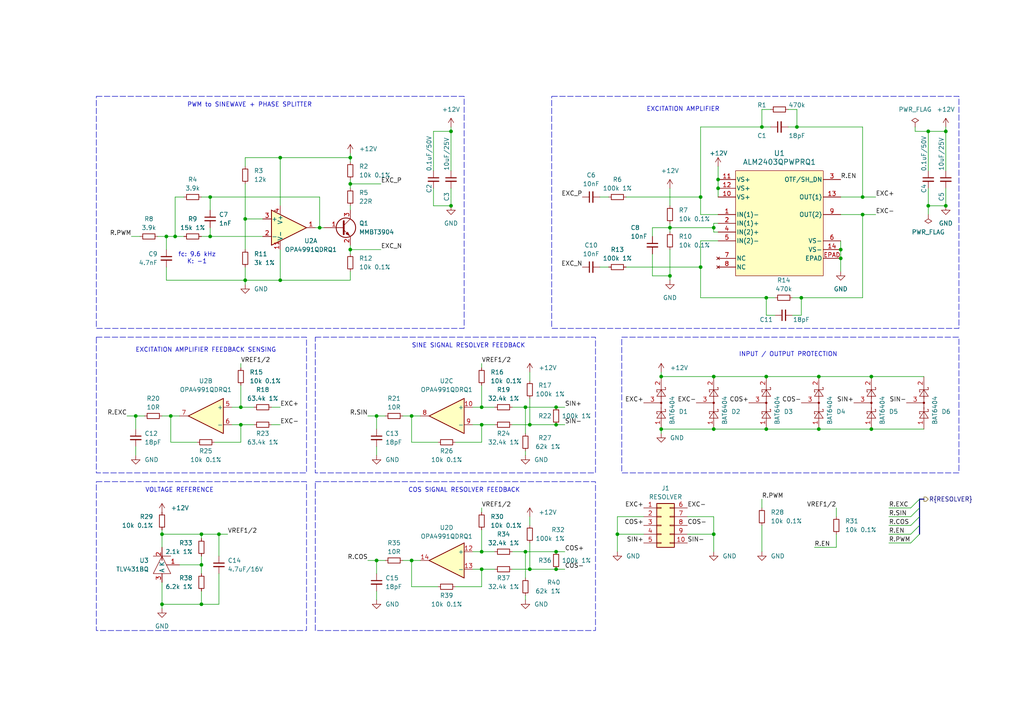
<source format=kicad_sch>
(kicad_sch (version 20231120) (generator "eeschema") (generator_version "8.0")
  (paper "A4")
  (title_block (date "2025-02-02") (comment 1 "Author: Luciano Vittori"))
  (bus_alias "RESOLVER" (members "EXC" "SIN" "COS" "EN" "PWM"))
  (junction (at 58.42 163.83))
  (junction (at 269.24 38.1))
  (junction (at 109.22 120.65))
  (junction (at 46.99 175.26))
  (junction (at 203.2 77.47))
  (junction (at 130.81 59.69))
  (junction (at 269.24 59.69))
  (junction (at 81.28 81.28))
  (junction (at 139.7 123.19))
  (junction (at 153.67 165.1))
  (junction (at 139.7 165.1))
  (junction (at 207.01 109.22))
  (junction (at 161.29 160.02))
  (junction (at 101.6 72.39))
  (junction (at 130.81 38.1))
  (junction (at 60.96 57.15))
  (junction (at 139.7 160.02))
  (junction (at 222.25 124.46))
  (junction (at 237.49 109.22))
  (junction (at 119.38 162.56))
  (junction (at 63.5 154.94))
  (junction (at 109.22 162.56))
  (junction (at 49.53 120.65))
  (junction (at 152.4 160.02))
  (junction (at 207.01 66.04))
  (junction (at 92.71 66.04))
  (junction (at 161.29 165.1))
  (junction (at 194.31 80.01))
  (junction (at 250.19 62.23))
  (junction (at 179.07 154.94))
  (junction (at 203.2 57.15))
  (junction (at 232.41 86.36))
  (junction (at 152.4 118.11))
  (junction (at 231.14 36.83))
  (junction (at 191.77 109.22))
  (junction (at 71.12 63.5))
  (junction (at 222.25 109.22))
  (junction (at 243.84 72.39))
  (junction (at 58.42 175.26))
  (junction (at 69.85 123.19))
  (junction (at 50.8 68.58))
  (junction (at 119.38 120.65))
  (junction (at 194.31 66.04))
  (junction (at 222.25 86.36))
  (junction (at 48.26 68.58))
  (junction (at 252.73 124.46))
  (junction (at 46.99 154.94))
  (junction (at 58.42 154.94))
  (junction (at 191.77 124.46))
  (junction (at 101.6 53.34))
  (junction (at 69.85 118.11))
  (junction (at 243.84 74.93))
  (junction (at 161.29 118.11))
  (junction (at 207.01 124.46))
  (junction (at 252.73 109.22))
  (junction (at 153.67 123.19))
  (junction (at 208.28 54.61))
  (junction (at 71.12 81.28))
  (junction (at 39.37 120.65))
  (junction (at 207.01 154.94))
  (junction (at 101.6 45.72))
  (junction (at 60.96 68.58))
  (junction (at 274.32 59.69))
  (junction (at 208.28 52.07))
  (junction (at 250.19 57.15))
  (junction (at 81.28 45.72))
  (junction (at 139.7 118.11))
  (junction (at 237.49 124.46))
  (junction (at 220.98 36.83))
  (junction (at 274.32 38.1))
  (junction (at 161.29 123.19))
  (bus_entry (at 266.7 152.4) (size -2.54 2.54))
  (bus_entry (at 266.7 147.32) (size -2.54 2.54))
  (bus_entry (at 266.7 154.94) (size -2.54 2.54))
  (bus_entry (at 266.7 149.86) (size -2.54 2.54))
  (bus_entry (at 266.7 144.78) (size -2.54 2.54))
  (wire (pts (xy 46.99 120.65) (xy 49.53 120.65)))
  (wire (pts (xy 132.08 170.18) (xy 139.7 170.18)))
  (wire (pts (xy 109.22 173.99) (xy 109.22 171.45)))
  (wire (pts (xy 139.7 118.11) (xy 137.16 118.11)))
  (wire (pts (xy 203.2 36.83) (xy 220.98 36.83)))
  (wire (pts (xy 194.31 66.04) (xy 194.31 67.31)))
  (wire (pts (xy 252.73 124.46) (xy 267.97 124.46)))
  (wire (pts (xy 274.32 36.83) (xy 274.32 38.1)))
  (wire (pts (xy 36.83 120.65) (xy 39.37 120.65)))
  (wire (pts (xy 222.25 86.36) (xy 203.2 86.36)))
  (wire (pts (xy 130.81 59.69) (xy 125.73 59.69)))
  (wire (pts (xy 153.67 149.86) (xy 153.67 152.4)))
  (wire (pts (xy 236.22 158.75) (xy 242.57 158.75)))
  (wire (pts (xy 203.2 77.47) (xy 203.2 86.36)))
  (wire (pts (xy 207.01 64.77) (xy 207.01 66.04)))
  (wire (pts (xy 139.7 128.27) (xy 139.7 123.19)))
  (wire (pts (xy 189.23 66.04) (xy 194.31 66.04)))
  (wire (pts (xy 194.31 64.77) (xy 194.31 66.04)))
  (wire (pts (xy 101.6 72.39) (xy 110.49 72.39)))
  (wire (pts (xy 73.66 123.19) (xy 69.85 123.19)))
  (wire (pts (xy 143.51 123.19) (xy 139.7 123.19)))
  (wire (pts (xy 81.28 118.11) (xy 78.74 118.11)))
  (wire (pts (xy 148.59 118.11) (xy 152.4 118.11)))
  (wire (pts (xy 242.57 147.32) (xy 242.57 149.86)))
  (wire (pts (xy 127 128.27) (xy 119.38 128.27)))
  (wire (pts (xy 46.99 158.75) (xy 46.99 154.94)))
  (wire (pts (xy 148.59 165.1) (xy 153.67 165.1)))
  (wire (pts (xy 106.68 120.65) (xy 109.22 120.65)))
  (wire (pts (xy 207.01 66.04) (xy 207.01 67.31)))
  (wire (pts (xy 139.7 153.67) (xy 139.7 160.02)))
  (wire (pts (xy 152.4 172.72) (xy 152.4 173.99)))
  (wire (pts (xy 153.67 165.1) (xy 161.29 165.1)))
  (wire (pts (xy 60.96 57.15) (xy 60.96 60.96)))
  (wire (pts (xy 69.85 123.19) (xy 67.31 123.19)))
  (wire (pts (xy 58.42 154.94) (xy 63.5 154.94)))
  (wire (pts (xy 250.19 62.23) (xy 250.19 86.36)))
  (wire (pts (xy 203.2 57.15) (xy 203.2 62.23)))
  (wire (pts (xy 231.14 36.83) (xy 250.19 36.83)))
  (wire (pts (xy 57.15 128.27) (xy 49.53 128.27)))
  (wire (pts (xy 139.7 170.18) (xy 139.7 165.1)))
  (wire (pts (xy 220.98 36.83) (xy 220.98 31.75)))
  (wire (pts (xy 101.6 46.99) (xy 101.6 45.72)))
  (wire (pts (xy 153.67 157.48) (xy 153.67 165.1)))
  (wire (pts (xy 49.53 120.65) (xy 52.07 120.65)))
  (wire (pts (xy 71.12 53.34) (xy 71.12 63.5)))
  (wire (pts (xy 92.71 66.04) (xy 91.44 66.04)))
  (wire (pts (xy 269.24 59.69) (xy 269.24 54.61)))
  (wire (pts (xy 58.42 57.15) (xy 60.96 57.15)))
  (wire (pts (xy 220.98 36.83) (xy 223.52 36.83)))
  (wire (pts (xy 176.53 77.47) (xy 173.99 77.47)))
  (wire (pts (xy 148.59 123.19) (xy 153.67 123.19)))
  (wire (pts (xy 265.43 36.83) (xy 265.43 38.1)))
  (wire (pts (xy 130.81 54.61) (xy 130.81 59.69)))
  (wire (pts (xy 179.07 149.86) (xy 186.69 149.86)))
  (wire (pts (xy 39.37 120.65) (xy 41.91 120.65)))
  (wire (pts (xy 119.38 170.18) (xy 119.38 162.56)))
  (wire (pts (xy 152.4 160.02) (xy 152.4 167.64)))
  (wire (pts (xy 181.61 57.15) (xy 203.2 57.15)))
  (wire (pts (xy 207.01 67.31) (xy 208.28 67.31)))
  (wire (pts (xy 143.51 165.1) (xy 139.7 165.1)))
  (wire (pts (xy 208.28 54.61) (xy 208.28 57.15)))
  (wire (pts (xy 186.69 154.94) (xy 179.07 154.94)))
  (wire (pts (xy 127 170.18) (xy 119.38 170.18)))
  (wire (pts (xy 224.79 86.36) (xy 222.25 86.36)))
  (wire (pts (xy 252.73 109.22) (xy 267.97 109.22)))
  (wire (pts (xy 50.8 57.15) (xy 50.8 68.58)))
  (wire (pts (xy 58.42 175.26) (xy 63.5 175.26)))
  (wire (pts (xy 269.24 49.53) (xy 269.24 38.1)))
  (wire (pts (xy 153.67 123.19) (xy 161.29 123.19)))
  (wire (pts (xy 69.85 128.27) (xy 69.85 123.19)))
  (wire (pts (xy 207.01 154.94) (xy 207.01 149.86)))
  (wire (pts (xy 50.8 68.58) (xy 53.34 68.58)))
  (wire (pts (xy 191.77 124.46) (xy 191.77 125.73)))
  (wire (pts (xy 208.28 69.85) (xy 203.2 69.85)))
  (wire (pts (xy 265.43 38.1) (xy 269.24 38.1)))
  (wire (pts (xy 58.42 161.29) (xy 58.42 163.83)))
  (wire (pts (xy 269.24 59.69) (xy 269.24 62.23)))
  (wire (pts (xy 71.12 77.47) (xy 71.12 81.28)))
  (wire (pts (xy 38.1 68.58) (xy 40.64 68.58)))
  (wire (pts (xy 274.32 54.61) (xy 274.32 59.69)))
  (wire (pts (xy 109.22 120.65) (xy 109.22 124.46)))
  (wire (pts (xy 148.59 160.02) (xy 152.4 160.02)))
  (wire (pts (xy 71.12 81.28) (xy 48.26 81.28)))
  (wire (pts (xy 257.81 157.48) (xy 264.16 157.48)))
  (wire (pts (xy 69.85 111.76) (xy 69.85 118.11)))
  (wire (pts (xy 58.42 163.83) (xy 58.42 166.37)))
  (wire (pts (xy 203.2 57.15) (xy 203.2 36.83)))
  (wire (pts (xy 191.77 107.95) (xy 191.77 109.22)))
  (wire (pts (xy 220.98 144.78) (xy 220.98 147.32)))
  (wire (pts (xy 63.5 154.94) (xy 66.04 154.94)))
  (wire (pts (xy 250.19 57.15) (xy 254 57.15)))
  (wire (pts (xy 101.6 53.34) (xy 110.49 53.34)))
  (wire (pts (xy 101.6 45.72) (xy 81.28 45.72)))
  (wire (pts (xy 191.77 124.46) (xy 207.01 124.46)))
  (wire (pts (xy 243.84 69.85) (xy 243.84 72.39)))
  (wire (pts (xy 106.68 162.56) (xy 109.22 162.56)))
  (wire (pts (xy 274.32 38.1) (xy 274.32 49.53)))
  (wire (pts (xy 62.23 128.27) (xy 69.85 128.27)))
  (wire (pts (xy 161.29 160.02) (xy 163.83 160.02)))
  (wire (pts (xy 101.6 44.45) (xy 101.6 45.72)))
  (wire (pts (xy 81.28 123.19) (xy 78.74 123.19)))
  (wire (pts (xy 109.22 162.56) (xy 111.76 162.56)))
  (wire (pts (xy 101.6 72.39) (xy 101.6 71.12)))
  (wire (pts (xy 116.84 120.65) (xy 119.38 120.65)))
  (wire (pts (xy 237.49 124.46) (xy 252.73 124.46)))
  (wire (pts (xy 71.12 81.28) (xy 71.12 82.55)))
  (wire (pts (xy 60.96 66.04) (xy 60.96 68.58)))
  (wire (pts (xy 203.2 77.47) (xy 181.61 77.47)))
  (wire (pts (xy 63.5 161.29) (xy 63.5 154.94)))
  (wire (pts (xy 250.19 36.83) (xy 250.19 57.15)))
  (wire (pts (xy 243.84 72.39) (xy 243.84 74.93)))
  (wire (pts (xy 207.01 154.94) (xy 207.01 160.02)))
  (wire (pts (xy 46.99 153.67) (xy 46.99 154.94)))
  (wire (pts (xy 257.81 152.4) (xy 264.16 152.4)))
  (wire (pts (xy 237.49 109.22) (xy 252.73 109.22)))
  (wire (pts (xy 139.7 111.76) (xy 139.7 118.11)))
  (wire (pts (xy 231.14 31.75) (xy 228.6 31.75)))
  (wire (pts (xy 119.38 120.65) (xy 121.92 120.65)))
  (wire (pts (xy 191.77 109.22) (xy 207.01 109.22)))
  (wire (pts (xy 242.57 154.94) (xy 242.57 158.75)))
  (wire (pts (xy 60.96 68.58) (xy 76.2 68.58)))
  (wire (pts (xy 176.53 57.15) (xy 173.99 57.15)))
  (wire (pts (xy 71.12 63.5) (xy 76.2 63.5)))
  (wire (pts (xy 46.99 175.26) (xy 46.99 168.91)))
  (wire (pts (xy 58.42 171.45) (xy 58.42 175.26)))
  (bus (pts (xy 266.7 152.4) (xy 266.7 154.94)))
  (wire (pts (xy 39.37 132.08) (xy 39.37 129.54)))
  (wire (pts (xy 161.29 123.19) (xy 163.83 123.19)))
  (wire (pts (xy 257.81 147.32) (xy 264.16 147.32)))
  (wire (pts (xy 274.32 59.69) (xy 269.24 59.69)))
  (wire (pts (xy 63.5 166.37) (xy 63.5 175.26)))
  (bus (pts (xy 266.7 147.32) (xy 266.7 149.86)))
  (wire (pts (xy 139.7 165.1) (xy 137.16 165.1)))
  (wire (pts (xy 81.28 81.28) (xy 71.12 81.28)))
  (wire (pts (xy 194.31 66.04) (xy 207.01 66.04)))
  (wire (pts (xy 250.19 86.36) (xy 232.41 86.36)))
  (wire (pts (xy 130.81 38.1) (xy 130.81 49.53)))
  (wire (pts (xy 101.6 81.28) (xy 81.28 81.28)))
  (wire (pts (xy 231.14 31.75) (xy 231.14 36.83)))
  (wire (pts (xy 71.12 48.26) (xy 71.12 45.72)))
  (wire (pts (xy 203.2 69.85) (xy 203.2 77.47)))
  (bus (pts (xy 267.97 144.78) (xy 266.7 144.78)))
  (wire (pts (xy 139.7 160.02) (xy 143.51 160.02)))
  (wire (pts (xy 69.85 118.11) (xy 67.31 118.11)))
  (wire (pts (xy 153.67 115.57) (xy 153.67 123.19)))
  (wire (pts (xy 58.42 68.58) (xy 60.96 68.58)))
  (wire (pts (xy 130.81 36.83) (xy 130.81 38.1)))
  (wire (pts (xy 116.84 162.56) (xy 119.38 162.56)))
  (wire (pts (xy 208.28 52.07) (xy 208.28 54.61)))
  (wire (pts (xy 58.42 156.21) (xy 58.42 154.94)))
  (wire (pts (xy 71.12 63.5) (xy 71.12 72.39)))
  (wire (pts (xy 46.99 175.26) (xy 58.42 175.26)))
  (wire (pts (xy 250.19 57.15) (xy 243.84 57.15)))
  (wire (pts (xy 125.73 59.69) (xy 125.73 54.61)))
  (wire (pts (xy 71.12 45.72) (xy 81.28 45.72)))
  (wire (pts (xy 224.79 91.44) (xy 222.25 91.44)))
  (wire (pts (xy 189.23 80.01) (xy 194.31 80.01)))
  (wire (pts (xy 60.96 57.15) (xy 92.71 57.15)))
  (wire (pts (xy 153.67 107.95) (xy 153.67 110.49)))
  (wire (pts (xy 220.98 160.02) (xy 220.98 152.4)))
  (wire (pts (xy 101.6 73.66) (xy 101.6 72.39)))
  (wire (pts (xy 69.85 105.41) (xy 69.85 106.68)))
  (wire (pts (xy 203.2 62.23) (xy 208.28 62.23)))
  (wire (pts (xy 52.07 163.83) (xy 58.42 163.83)))
  (wire (pts (xy 189.23 73.66) (xy 189.23 80.01)))
  (wire (pts (xy 119.38 128.27) (xy 119.38 120.65)))
  (wire (pts (xy 257.81 149.86) (xy 264.16 149.86)))
  (wire (pts (xy 161.29 118.11) (xy 163.83 118.11)))
  (wire (pts (xy 222.25 109.22) (xy 237.49 109.22)))
  (wire (pts (xy 243.84 74.93) (xy 243.84 78.74)))
  (wire (pts (xy 81.28 72.39) (xy 81.28 81.28)))
  (wire (pts (xy 69.85 118.11) (xy 73.66 118.11)))
  (wire (pts (xy 228.6 36.83) (xy 231.14 36.83)))
  (wire (pts (xy 222.25 91.44) (xy 222.25 86.36)))
  (wire (pts (xy 208.28 48.26) (xy 208.28 52.07)))
  (wire (pts (xy 46.99 176.53) (xy 46.99 175.26)))
  (wire (pts (xy 101.6 59.69) (xy 101.6 60.96)))
  (wire (pts (xy 109.22 162.56) (xy 109.22 166.37)))
  (wire (pts (xy 45.72 68.58) (xy 48.26 68.58)))
  (wire (pts (xy 109.22 120.65) (xy 111.76 120.65)))
  (wire (pts (xy 161.29 165.1) (xy 163.83 165.1)))
  (wire (pts (xy 152.4 118.11) (xy 152.4 125.73)))
  (wire (pts (xy 194.31 72.39) (xy 194.31 80.01)))
  (bus (pts (xy 266.7 149.86) (xy 266.7 152.4)))
  (wire (pts (xy 152.4 118.11) (xy 161.29 118.11)))
  (wire (pts (xy 139.7 118.11) (xy 143.51 118.11)))
  (wire (pts (xy 119.38 162.56) (xy 121.92 162.56)))
  (wire (pts (xy 125.73 49.53) (xy 125.73 38.1)))
  (wire (pts (xy 269.24 38.1) (xy 274.32 38.1)))
  (wire (pts (xy 81.28 45.72) (xy 81.28 59.69)))
  (wire (pts (xy 152.4 130.81) (xy 152.4 132.08)))
  (wire (pts (xy 139.7 123.19) (xy 137.16 123.19)))
  (wire (pts (xy 229.87 91.44) (xy 232.41 91.44)))
  (wire (pts (xy 207.01 149.86) (xy 199.39 149.86)))
  (wire (pts (xy 207.01 124.46) (xy 222.25 124.46)))
  (wire (pts (xy 53.34 57.15) (xy 50.8 57.15)))
  (wire (pts (xy 179.07 154.94) (xy 179.07 149.86)))
  (wire (pts (xy 101.6 78.74) (xy 101.6 81.28)))
  (wire (pts (xy 257.81 154.94) (xy 264.16 154.94)))
  (wire (pts (xy 194.31 59.69) (xy 194.31 54.61)))
  (wire (pts (xy 109.22 132.08) (xy 109.22 129.54)))
  (wire (pts (xy 179.07 154.94) (xy 179.07 160.02)))
  (wire (pts (xy 250.19 62.23) (xy 254 62.23)))
  (wire (pts (xy 232.41 86.36) (xy 229.87 86.36)))
  (wire (pts (xy 48.26 68.58) (xy 48.26 72.39)))
  (wire (pts (xy 232.41 91.44) (xy 232.41 86.36)))
  (wire (pts (xy 92.71 66.04) (xy 93.98 66.04)))
  (wire (pts (xy 199.39 154.94) (xy 207.01 154.94)))
  (wire (pts (xy 220.98 31.75) (xy 223.52 31.75)))
  (wire (pts (xy 207.01 64.77) (xy 208.28 64.77)))
  (wire (pts (xy 101.6 52.07) (xy 101.6 53.34)))
  (wire (pts (xy 48.26 68.58) (xy 50.8 68.58)))
  (wire (pts (xy 46.99 154.94) (xy 58.42 154.94)))
  (wire (pts (xy 152.4 160.02) (xy 161.29 160.02)))
  (wire (pts (xy 101.6 53.34) (xy 101.6 54.61)))
  (wire (pts (xy 189.23 68.58) (xy 189.23 66.04)))
  (wire (pts (xy 49.53 128.27) (xy 49.53 120.65)))
  (wire (pts (xy 139.7 147.32) (xy 139.7 148.59)))
  (wire (pts (xy 139.7 105.41) (xy 139.7 106.68)))
  (wire (pts (xy 139.7 160.02) (xy 137.16 160.02)))
  (wire (pts (xy 48.26 81.28) (xy 48.26 77.47)))
  (wire (pts (xy 243.84 62.23) (xy 250.19 62.23)))
  (wire (pts (xy 207.01 109.22) (xy 222.25 109.22)))
  (wire (pts (xy 125.73 38.1) (xy 130.81 38.1)))
  (bus (pts (xy 266.7 144.78) (xy 266.7 147.32)))
  (wire (pts (xy 92.71 57.15) (xy 92.71 66.04)))
  (wire (pts (xy 39.37 120.65) (xy 39.37 124.46)))
  (wire (pts (xy 132.08 128.27) (xy 139.7 128.27)))
  (wire (pts (xy 222.25 124.46) (xy 237.49 124.46)))
  (wire (pts (xy 194.31 80.01) (xy 194.31 81.28)))
  (rectangle (start 27.94 27.94) (end 134.62 95.25) (stroke (width 0) (type dash)))
  (rectangle (start 180.34 97.79) (end 278.13 137.16) (stroke (width 0) (type dash)))
  (rectangle (start 27.94 97.79) (end 88.9 137.16) (stroke (width 0) (type dash)))
  (rectangle (start 91.44 139.7) (end 172.72 182.88) (stroke (width 0) (type dash)))
  (rectangle (start 27.94 139.7) (end 88.9 182.88) (stroke (width 0) (type dash)))
  (rectangle (start 160.02 27.94) (end 278.13 95.25) (stroke (width 0) (type dash)))
  (rectangle (start 91.44 97.79) (end 172.72 137.16) (stroke (width 0) (type dash)))
  (text "EXCITATION AMPLIFIER FEEDBACK SENSING" (at 59.69 101.6 0) (effects (font (size 1.27 1.27))))
  (text "SINE SIGNAL RESOLVER FEEDBACK" (at 135.89 100.33 0) (effects (font (size 1.27 1.27))))
  (text "VOLTAGE REFERENCE" (at 52.07 142.24 0) (effects (font (size 1.27 1.27))))
  (text "EXCITATION AMPLIFIER" (at 198.12 31.75 0) (effects (font (size 1.27 1.27))))
  (text "fc: 9.6 kHz\nK: -1" (at 57.15 74.93 0) (effects (font (size 1.27 1.27))))
  (text "${SHEETNAME}" (at 129.54 21.59 0) (effects (font (size 5 5) (thickness 0.4013) (bold yes)) (justify left bottom)))
  (text "INPUT / OUTPUT PROTECTION" (at 228.6 102.87 0) (effects (font (size 1.27 1.27))))
  (text "COS SIGNAL RESOLVER FEEDBACK" (at 134.62 142.24 0) (effects (font (size 1.27 1.27))))
  (text "PWM to SINEWAVE + PHASE SPLITTER" (at 72.39 30.48 0) (effects (font (size 1.27 1.27))))
  (label "R.EN" (at 257.81 154.94 0))
  (label "R.EXC" (at 36.83 120.65 180))
  (label "R.COS" (at 106.68 162.56 180))
  (label "EXC-" (at 201.93 116.84 180))
  (label "VREF1{slash}2" (at 139.7 105.41 0))
  (label "COS+" (at 186.69 152.4 180))
  (label "COS-" (at 232.41 116.84 180))
  (label "R.COS" (at 257.81 152.4 0))
  (label "EXC_P" (at 110.49 53.34 0))
  (label "EXC_N" (at 168.91 77.47 180))
  (label "SIN-" (at 262.89 116.84 180))
  (label "R.SIN" (at 257.81 149.86 0))
  (label "COS+" (at 217.17 116.84 180))
  (label "R.PWM" (at 220.98 144.78 0))
  (label "EXC-" (at 81.28 123.19 0))
  (label "EXC+" (at 186.69 116.84 180))
  (label "EXC_P" (at 168.91 57.15 180))
  (label "SIN+" (at 186.69 157.48 180))
  (label "R.EN" (at 236.22 158.75 0))
  (label "COS-" (at 163.83 165.1 0))
  (label "EXC+" (at 254 57.15 0))
  (label "R.PWM" (at 38.1 68.58 180))
  (label "R.EXC" (at 257.81 147.32 0))
  (label "VREF1{slash}2" (at 242.57 147.32 180))
  (label "R.PWM" (at 257.81 157.48 0))
  (label "COS+" (at 163.83 160.02 0))
  (label "VREF1{slash}2" (at 139.7 147.32 0))
  (label "R.SIN" (at 106.68 120.65 180))
  (label "EXC+" (at 81.28 118.11 0))
  (label "R.EN" (at 243.84 52.07 0))
  (label "SIN-" (at 199.39 157.48 0))
  (label "VREF1{slash}2" (at 66.04 154.94 0))
  (label "COS-" (at 199.39 152.4 0))
  (label "EXC-" (at 254 62.23 0))
  (label "EXC_N" (at 110.49 72.39 0))
  (label "EXC+" (at 186.69 147.32 180))
  (label "SIN-" (at 163.83 123.19 0))
  (label "VREF1{slash}2" (at 69.85 105.41 0))
  (label "SIN+" (at 247.65 116.84 180))
  (label "SIN+" (at 163.83 118.11 0))
  (label "EXC-" (at 199.39 147.32 0))
  (hierarchical_label "R{RESOLVER}" (shape output) (at 267.97 144.78 0))
  (symbol (lib_id "Library:R_Small") (at 114.3 162.56 90) (mirror x) (unit 1)
    (property "Reference" "R35" (at 114.3 157.48 90))
    (property "Value" "10R" (at 114.3 160.02 90))
    (property "Footprint" "VOLTU:R_0603_1608Metric" (effects (hide yes)))
    (property "Description" "RES 10 OHM 1% 1/10W 0603" (effects (hide yes)))
    (property "Digi-Key Part #" "RMCF0603FT10R0CT-ND" (effects (hide yes)))
    (property "manf#" "RMCF0603FT10R0" (effects (hide yes)))
    (property "Manufacturer" "Stackpole Electronics Inc" (effects (hide yes)))
    (property "Odoo Code" "4B01-0-0355" (effects (hide yes)))
  )
  (symbol (lib_id "Library:R_Small") (at 55.88 68.58 270) (mirror x) (unit 1)
    (property "Reference" "R9" (at 55.88 63.5 90))
    (property "Value" "15k 1%" (at 55.88 66.04 90))
    (property "Footprint" "VOLTU:R_0603_1608Metric" (effects (hide yes)))
    (property "Description" "RES SMD 15K OHM 1% 1/10W 0603" (effects (hide yes)))
    (property "Digi-Key Part #" "P15.0KHCT-ND" (effects (hide yes)))
    (property "manf#" "ERJ-3EKF1502V" (effects (hide yes)))
    (property "Manufacturer" "Panasonic Electronic Components" (effects (hide yes)))
    (property "Odoo Code" "4B01-0-0429" (effects (hide yes)))
  )
  (symbol (lib_id "Library:CAP_CER_4.7UF_16V_X7R_0805") (at 63.5 163.83 0) (unit 1)
    (property "Reference" "C14" (at 66.04 162.5662 0) (effects (justify left)))
    (property "Value" "4.7uF/16V" (at 66.04 165.1062 0) (effects (justify left)))
    (property "Footprint" "VOLTU:C_0805_2012Metric" (effects (hide yes)))
    (property "Description" "CAP CER 4.7UF 16V X7R 0805" (effects (hide yes)))
    (property "Odoo Code" " 4B01-0-0447" (effects (hide yes)))
    (property "Digi-Key Part #" "490-14532-1-ND" (effects (hide yes)))
    (property "Manufacturer" "Murata Electronics" (effects (hide yes)))
    (property "manf#" "GCM21BR71C475KA73K" (effects (hide yes)))
  )
  (symbol (lib_id "Library:OPA4991QDRQ1") (at 129.54 162.56 0) (mirror y) (unit 4)
    (property "Reference" "U2" (at 129.54 153.035 0))
    (property "Value" "OPA4991QDRQ1" (at 129.54 155.575 0))
    (property "Footprint" "VOLTU:SOIC-14_3.9x8.7mm_P1.27mm" (effects (hide yes)))
    (property "Datasheet" "https://www.ti.com/lit/ds/symlink/opa4991-q1.pdf?ts=1734445757058&ref_url=https%253A%252F%252Fwww.ti.com%252Fproduct%252FOPA4991-Q1%252Fpart-details%252FOPA4991QDRQ1%253FkeyMatch%253DOPA4991QDRQ1%2526tisearch%253Duniversal_search" (effects (hide yes)))
    (property "Description" "AUTOMOTIVE-GRADE, QUAD, 40-V, 4." (effects (hide yes)))
    (property "Manufacturer" "Texas Instruments" (effects (hide yes)))
    (property "manf#" "OPA4991QDRQ1" (effects (hide yes)))
    (property "Digi-Key Part #" "296-OPA4991QDRQ1CT-ND" (effects (hide yes)))
    (property "Odoo Code" "4B01-0-0407" (effects (hide yes)))
  )
  (symbol (lib_id "Library:R_Small") (at 152.4 128.27 0) (mirror x) (unit 1)
    (property "Reference" "R27" (at 160.02 127 0) (effects (justify right)))
    (property "Value" "62k 1%" (at 162.56 129.54 0) (effects (justify right)))
    (property "Footprint" "VOLTU:R_0603_1608Metric" (effects (hide yes)))
    (property "Description" "RES SMD 62K OHM 1% 1/10W 0603" (effects (hide yes)))
    (property "Digi-Key Part #" "P62.0KHCT-ND" (effects (hide yes)))
    (property "manf#" "ERJ-3EKF6202V" (effects (hide yes)))
    (property "Manufacturer" "Panasonic Electronic Components" (effects (hide yes)))
    (property "Odoo Code" "4B01-0-0425" (effects (hide yes)))
  )
  (symbol (lib_id "Library:OPA4991QDRQ1") (at 129.54 120.65 0) (mirror y) (unit 3)
    (property "Reference" "U2" (at 129.54 110.49 0))
    (property "Value" "OPA4991QDRQ1" (at 129.54 113.03 0))
    (property "Footprint" "VOLTU:SOIC-14_3.9x8.7mm_P1.27mm" (effects (hide yes)))
    (property "Datasheet" "https://www.ti.com/lit/ds/symlink/opa4991-q1.pdf?ts=1734445757058&ref_url=https%253A%252F%252Fwww.ti.com%252Fproduct%252FOPA4991-Q1%252Fpart-details%252FOPA4991QDRQ1%253FkeyMatch%253DOPA4991QDRQ1%2526tisearch%253Duniversal_search" (effects (hide yes)))
    (property "Description" "AUTOMOTIVE-GRADE, QUAD, 40-V, 4." (effects (hide yes)))
    (property "Manufacturer" "Texas Instruments" (effects (hide yes)))
    (property "manf#" "OPA4991QDRQ1" (effects (hide yes)))
    (property "Digi-Key Part #" "296-OPA4991QDRQ1CT-ND" (effects (hide yes)))
    (property "Odoo Code" "4B01-0-0407" (effects (hide yes)))
  )
  (symbol (lib_id "Library:R_Small") (at 46.99 151.13 0) (mirror x) (unit 1)
    (property "Reference" "R29" (at 44.45 149.8599 0) (effects (justify right)))
    (property "Value" "10k 0.1%" (at 44.45 152.3999 0) (effects (justify right)))
    (property "Footprint" "VOLTU:R_0603_1608Metric" (effects (hide yes)))
    (property "Description" "RES SMD 10K OHM 0.1% 1/5W 0603" (effects (hide yes)))
    (property "Digi-Key Part #" "P20086CT-ND" (effects (hide yes)))
    (property "manf#" "ERJ-PB3B1002V" (effects (hide yes)))
    (property "Manufacturer" "Panasonic Electronic Components" (effects (hide yes)))
    (property "Odoo Code" "4B01-0-0065" (effects (hide yes)))
  )
  (symbol (lib_id "Library:GND") (at 207.01 160.02 0) (unit 1)
    (property "Reference" "#PWR020" (effects (hide yes)))
    (property "Value" "GND" (at 209.55 161.2899 0) (effects (justify left)))
  )
  (symbol (lib_id "Library:R_Small") (at 146.05 160.02 90) (mirror x) (unit 1)
    (property "Reference" "R34" (at 146.05 154.94 90))
    (property "Value" "32.4k 1%" (at 146.05 157.48 90))
    (property "Footprint" "VOLTU:R_0603_1608Metric" (effects (hide yes)))
    (property "Description" "RES SMD 32.4K OHM 1% 1/10W 0603" (effects (hide yes)))
    (property "Digi-Key Part #" "P32.4KHCT-ND" (effects (hide yes)))
    (property "manf#" "ERJ-3EKF3242V" (effects (hide yes)))
    (property "Manufacturer" "Panasonic Electronic Components" (effects (hide yes)))
    (property "Odoo Code" "4B01-0-0426" (effects (hide yes)))
  )
  (symbol (lib_id "Library:OPA4991QDRQ1") (at 83.82 66.04 0) (unit 1)
    (property "Reference" "U2" (at 90.17 69.85 0))
    (property "Value" "OPA4991QDRQ1" (at 90.17 72.39 0))
    (property "Footprint" "VOLTU:SOIC-14_3.9x8.7mm_P1.27mm" (effects (hide yes)))
    (property "Datasheet" "https://www.ti.com/lit/ds/symlink/opa4991-q1.pdf?ts=1734445757058&ref_url=https%253A%252F%252Fwww.ti.com%252Fproduct%252FOPA4991-Q1%252Fpart-details%252FOPA4991QDRQ1%253FkeyMatch%253DOPA4991QDRQ1%2526tisearch%253Duniversal_search" (effects (hide yes)))
    (property "Description" "AUTOMOTIVE-GRADE, QUAD, 40-V, 4." (effects (hide yes)))
    (property "Manufacturer" "Texas Instruments" (effects (hide yes)))
    (property "manf#" "OPA4991QDRQ1" (effects (hide yes)))
    (property "Digi-Key Part #" "296-OPA4991QDRQ1CT-ND" (effects (hide yes)))
    (property "Odoo Code" "4B01-0-0407" (effects (hide yes)))
  )
  (symbol (lib_id "Library:R_Small") (at 69.85 109.22 0) (mirror y) (unit 1)
    (property "Reference" "R15" (at 72.39 107.9499 0) (effects (justify right)))
    (property "Value" "10k 0.1%" (at 72.39 110.4899 0) (effects (justify right)))
    (property "Footprint" "VOLTU:R_0603_1608Metric" (effects (hide yes)))
    (property "Description" "RES SMD 10K OHM 0.1% 1/5W 0603" (effects (hide yes)))
    (property "Digi-Key Part #" "P20086CT-ND" (effects (hide yes)))
    (property "manf#" "ERJ-PB3B1002V" (effects (hide yes)))
    (property "Manufacturer" "Panasonic Electronic Components" (effects (hide yes)))
    (property "Odoo Code" "4B01-0-0065" (effects (hide yes)))
  )
  (symbol (lib_id "Library:GND") (at 71.12 82.55 0) (unit 1)
    (property "Reference" "#PWR010" (effects (hide yes)))
    (property "Value" "GND" (at 73.66 83.8199 0) (effects (justify left)))
  )
  (symbol (lib_id "Library:GND") (at 243.84 78.74 0) (unit 1)
    (property "Reference" "#PWR08" (effects (hide yes)))
    (property "Value" "GND" (at 243.84 83.82 0))
  )
  (symbol (lib_id "Library:R_Small") (at 129.54 128.27 90) (mirror x) (unit 1)
    (property "Reference" "R26" (at 129.54 130.81 90))
    (property "Value" "10k 0.1%" (at 129.54 133.35 90))
    (property "Footprint" "VOLTU:R_0603_1608Metric" (effects (hide yes)))
    (property "Description" "RES SMD 10K OHM 0.1% 1/5W 0603" (effects (hide yes)))
    (property "Digi-Key Part #" "P20086CT-ND" (effects (hide yes)))
    (property "manf#" "ERJ-PB3B1002V" (effects (hide yes)))
    (property "Manufacturer" "Panasonic Electronic Components" (effects (hide yes)))
    (property "Odoo Code" "4B01-0-0065" (effects (hide yes)))
  )
  (symbol (lib_id "Library:R_Small") (at 161.29 120.65 0) (mirror x) (unit 1)
    (property "Reference" "R22" (at 160.02 120.65 0) (effects (justify right)))
    (property "Value" "100k 1%" (at 171.45 120.65 0) (effects (justify right)))
    (property "Footprint" "VOLTU:R_0603_1608Metric" (effects (hide yes)))
    (property "Description" "RES SMD 100K OHM 1% 1/10W 0603" (effects (hide yes)))
    (property "Digi-Key Part #" "P100KHCT-ND" (effects (hide yes)))
    (property "manf#" "ERJ-3EKF1003V" (effects (hide yes)))
    (property "Manufacturer" "Panasonic Electronic Components" (effects (hide yes)))
    (property "Odoo Code" "4B01-0-0108" (effects (hide yes)))
  )
  (symbol (lib_id "Library:R_Small") (at 114.3 120.65 90) (mirror x) (unit 1)
    (property "Reference" "R21" (at 114.3 115.57 90))
    (property "Value" "10R" (at 114.3 118.11 90))
    (property "Footprint" "VOLTU:R_0603_1608Metric" (effects (hide yes)))
    (property "Description" "RES 10 OHM 1% 1/10W 0603" (effects (hide yes)))
    (property "Digi-Key Part #" "RMCF0603FT10R0CT-ND" (effects (hide yes)))
    (property "manf#" "RMCF0603FT10R0" (effects (hide yes)))
    (property "Manufacturer" "Stackpole Electronics Inc" (effects (hide yes)))
    (property "Odoo Code" "4B01-0-0355" (effects (hide yes)))
  )
  (symbol (lib_id "Library:+12V") (at 274.32 36.83 0) (unit 1)
    (property "Reference" "#PWR02" (effects (hide yes)))
    (property "Value" "+12V" (at 274.32 31.75 0))
  )
  (symbol (lib_id "Library:R_Small") (at 101.6 49.53 0) (mirror y) (unit 1)
    (property "Reference" "R2" (at 104.14 48.2599 0) (effects (justify right)))
    (property "Value" "10k 0.1%" (at 104.14 50.7999 0) (effects (justify right)))
    (property "Footprint" "VOLTU:R_0603_1608Metric" (effects (hide yes)))
    (property "Description" "RES SMD 10K OHM 0.1% 1/5W 0603" (effects (hide yes)))
    (property "Digi-Key Part #" "P20086CT-ND" (effects (hide yes)))
    (property "manf#" "ERJ-PB3B1002V" (effects (hide yes)))
    (property "Manufacturer" "Panasonic Electronic Components" (effects (hide yes)))
    (property "Odoo Code" "4B01-0-0065" (effects (hide yes)))
  )
  (symbol (lib_id "Library:R_Small") (at 101.6 76.2 0) (mirror y) (unit 1)
    (property "Reference" "R12" (at 104.14 74.9299 0) (effects (justify right)))
    (property "Value" "10k 0.1%" (at 104.14 77.4699 0) (effects (justify right)))
    (property "Footprint" "VOLTU:R_0603_1608Metric" (effects (hide yes)))
    (property "Description" "RES SMD 10K OHM 0.1% 1/5W 0603" (effects (hide yes)))
    (property "Digi-Key Part #" "P20086CT-ND" (effects (hide yes)))
    (property "manf#" "ERJ-PB3B1002V" (effects (hide yes)))
    (property "Manufacturer" "Panasonic Electronic Components" (effects (hide yes)))
    (property "Odoo Code" "4B01-0-0065" (effects (hide yes)))
  )
  (symbol (lib_id "Library:+12V") (at 208.28 48.26 0) (unit 1)
    (property "Reference" "#PWR04" (effects (hide yes)))
    (property "Value" "+12V" (at 205.74 44.45 0) (effects (justify left)))
  )
  (symbol (lib_id "Library:MMBT3904") (at 99.06 66.04 0) (unit 1)
    (property "Reference" "Q1" (at 104.14 64.7699 0) (effects (justify left)))
    (property "Value" "MMBT3904" (at 104.14 67.3099 0) (effects (justify left)))
    (property "Footprint" "VOLTU:SOT-23" (effects (hide yes)))
    (property "Datasheet" "https://www.diodes.com/assets/Datasheets/MMBT3904.pdf" (effects (hide yes)))
    (property "Description" "TRANS NPN 40V 0.2A SOT23-3" (effects (hide yes)))
    (property "Manufacturer" "Diodes Incorporated" (effects (hide yes)))
    (property "manf#" "MMBT3904-7-F" (effects (hide yes)))
    (property "Digi-Key Part #" "MMBT3904-FDICT-ND" (effects (hide yes)))
    (property "Odoo Code" "4B01-0-0436" (effects (hide yes)))
  )
  (symbol (lib_id "Library:GND") (at 194.31 81.28 0) (unit 1)
    (property "Reference" "#PWR09" (effects (hide yes)))
    (property "Value" "GND" (at 194.31 86.36 0))
  )
  (symbol (lib_id "Library:C_Small") (at 48.26 74.93 0) (unit 1)
    (property "Reference" "C9" (at 45.72 73.6663 0) (effects (justify right)))
    (property "Value" "4.7nF" (at 45.72 76.2063 0) (effects (justify right)))
    (property "Footprint" "VOLTU:C_0603_1608Metric" (effects (hide yes)))
    (property "Description" "CAP CER 4700PF 50V C0G 0603" (effects (hide yes)))
    (property "Digi-Key Part #" "445-6912-1-ND" (effects (hide yes)))
    (property "manf#" "CGA3E2C0G1H472J080AA" (effects (hide yes)))
    (property "Manufacturer" "TDK Corporation" (effects (hide yes)))
    (property "Odoo Code" "4B01-0-0443" (effects (hide yes)))
  )
  (symbol (lib_id "Library:BAT6404") (at 252.73 116.84 270) (mirror x) (unit 1)
    (property "Reference" "D5" (at 257.81 119.38 90) (effects (justify left)))
    (property "Value" "BAT6404" (at 255.905 123.19 0) (effects (justify left)))
    (property "Footprint" "VOLTU:SOT-23" (effects (hide yes)))
    (property "Datasheet" "https://www.infineon.com/dgdl/Infineon-BAT64SERIES-DataSheet-v01_00-EN.pdf?fileId=5546d4626d66c2b1016d73f85ab420ed" (effects (hide yes)))
    (property "Description" "DIODE ARR SCHOTT 40V 250MA SOT23" (effects (hide yes)))
    (property "Manufacturer" "Infineon Technologies" (effects (hide yes)))
    (property "manf#" "BAT6404E6327HTSA1" (effects (hide yes)))
    (property "Digi-Key Part #" "BAT6404E6327HTSA1CT-ND" (effects (hide yes)))
    (property "Odoo Code" "4B01-0-0439" (effects (hide yes)))
  )
  (symbol (lib_id "Library:R_Small") (at 58.42 158.75 0) (mirror x) (unit 1)
    (property "Reference" "R33" (at 55.88 157.4799 0) (effects (justify right)))
    (property "Value" "2.1k 1%" (at 55.88 160.0199 0) (effects (justify right)))
    (property "Footprint" "VOLTU:R_0603_1608Metric" (effects (hide yes)))
    (property "Description" "RES SMD 2.1K OHM 1% 1/10W 0603" (effects (hide yes)))
    (property "Digi-Key Part #" "P2.10KHCT-ND" (effects (hide yes)))
    (property "manf#" "ERJ-3EKF2101V" (effects (hide yes)))
    (property "Manufacturer" "Panasonic Electronic Components" (effects (hide yes)))
    (property "Odoo Code" "4B01-0-0424" (effects (hide yes)))
  )
  (symbol (lib_id "Library:C_Small") (at 60.96 63.5 0) (unit 1)
    (property "Reference" "C7" (at 63.5 62.2362 0) (effects (justify left)))
    (property "Value" "1nF" (at 63.5 64.7762 0) (effects (justify left)))
    (property "Footprint" "VOLTU:C_0603_1608Metric" (effects (hide yes)))
    (property "Description" "CAP CER 1000PF 50V X7R 0603" (effects (hide yes)))
    (property "Digi-Key Part #" "399-12989-1-ND" (effects (hide yes)))
    (property "manf#" "C0603C102J5RACAUTO" (effects (hide yes)))
    (property "Manufacturer" "KEMET" (effects (hide yes)))
    (property "Odoo Code" "4B01-0-0297" (effects (hide yes)))
  )
  (symbol (lib_id "Library:PWR_FLAG") (at 269.24 62.23 180) (unit 1)
    (property "Reference" "#FLG02" (effects (hide yes)))
    (property "Value" "PWR_FLAG" (at 269.24 67.31 0))
    (property "Description" "Special symbol for telling ERC where power comes from" (effects (hide yes)))
  )
  (symbol (lib_id "Library:BAT6404") (at 237.49 116.84 270) (mirror x) (unit 1)
    (property "Reference" "D4" (at 242.57 119.38 90) (effects (justify left)))
    (property "Value" "BAT6404" (at 240.665 123.19 0) (effects (justify left)))
    (property "Footprint" "VOLTU:SOT-23" (effects (hide yes)))
    (property "Datasheet" "https://www.infineon.com/dgdl/Infineon-BAT64SERIES-DataSheet-v01_00-EN.pdf?fileId=5546d4626d66c2b1016d73f85ab420ed" (effects (hide yes)))
    (property "Description" "DIODE ARR SCHOTT 40V 250MA SOT23" (effects (hide yes)))
    (property "Manufacturer" "Infineon Technologies" (effects (hide yes)))
    (property "manf#" "BAT6404E6327HTSA1" (effects (hide yes)))
    (property "Digi-Key Part #" "BAT6404E6327HTSA1CT-ND" (effects (hide yes)))
    (property "Odoo Code" "4B01-0-0439" (effects (hide yes)))
  )
  (symbol (lib_id "Library:R_Small") (at 43.18 68.58 270) (mirror x) (unit 1)
    (property "Reference" "R8" (at 43.18 63.5 90))
    (property "Value" "3.9k" (at 43.18 66.04 90))
    (property "Footprint" "VOLTU:R_0603_1608Metric" (effects (hide yes)))
    (property "Description" "RES SMD 3.9K OHM 1% 1/10W 0603" (effects (hide yes)))
    (property "Digi-Key Part #" "P3.90KHCT-ND" (effects (hide yes)))
    (property "manf#" "ERJ-3EKF3901V" (effects (hide yes)))
    (property "Manufacturer" "Panasonic Electronic Components" (effects (hide yes)))
    (property "Odoo Code" "4B01-0-0420" (effects (hide yes)))
  )
  (symbol (lib_id "Library:C_Small") (at 227.33 91.44 90) (unit 1)
    (property "Reference" "C11" (at 222.25 92.71 90))
    (property "Value" "18pF" (at 232.41 92.71 90))
    (property "Footprint" "VOLTU:C_0603_1608Metric" (effects (hide yes)))
    (property "Description" "CAP CER 18PF 50V C0G/NP0 0603" (effects (hide yes)))
    (property "Digi-Key Part #" "399-16019-1-ND" (effects (hide yes)))
    (property "manf#" "C0603C180J5GACAUTO" (effects (hide yes)))
    (property "Manufacturer" "KEMET" (effects (hide yes)))
    (property "Odoo Code" "4B01-0-0444" (effects (hide yes)))
  )
  (symbol (lib_id "Library:GND") (at 220.98 160.02 0) (unit 1)
    (property "Reference" "#PWR021" (effects (hide yes)))
    (property "Value" "GND" (at 223.52 161.2899 0) (effects (justify left)))
  )
  (symbol (lib_id "Library:R_Small") (at 44.45 120.65 90) (mirror x) (unit 1)
    (property "Reference" "R20" (at 44.45 115.57 90))
    (property "Value" "10R" (at 44.45 118.11 90))
    (property "Footprint" "VOLTU:R_0603_1608Metric" (effects (hide yes)))
    (property "Description" "RES 10 OHM 1% 1/10W 0603" (effects (hide yes)))
    (property "Digi-Key Part #" "RMCF0603FT10R0CT-ND" (effects (hide yes)))
    (property "manf#" "RMCF0603FT10R0" (effects (hide yes)))
    (property "Manufacturer" "Stackpole Electronics Inc" (effects (hide yes)))
    (property "Odoo Code" "4B01-0-0355" (effects (hide yes)))
  )
  (symbol (lib_id "Library:BAT6404") (at 191.77 116.84 270) (mirror x) (unit 1)
    (property "Reference" "D1" (at 196.85 119.38 90) (effects (justify left)))
    (property "Value" "BAT6404" (at 194.945 123.19 0) (effects (justify left)))
    (property "Footprint" "VOLTU:SOT-23" (effects (hide yes)))
    (property "Datasheet" "https://www.infineon.com/dgdl/Infineon-BAT64SERIES-DataSheet-v01_00-EN.pdf?fileId=5546d4626d66c2b1016d73f85ab420ed" (effects (hide yes)))
    (property "Description" "DIODE ARR SCHOTT 40V 250MA SOT23" (effects (hide yes)))
    (property "Manufacturer" "Infineon Technologies" (effects (hide yes)))
    (property "manf#" "BAT6404E6327HTSA1" (effects (hide yes)))
    (property "Digi-Key Part #" "BAT6404E6327HTSA1CT-ND" (effects (hide yes)))
    (property "Odoo Code" "4B01-0-0439" (effects (hide yes)))
  )
  (symbol (lib_id "Library:R_Small") (at 153.67 154.94 0) (mirror x) (unit 1)
    (property "Reference" "R32" (at 163.83 153.67 0) (effects (justify right)))
    (property "Value" "100k 1%" (at 163.83 156.21 0) (effects (justify right)))
    (property "Footprint" "VOLTU:R_0603_1608Metric" (effects (hide yes)))
    (property "Description" "RES SMD 100K OHM 1% 1/10W 0603" (effects (hide yes)))
    (property "Digi-Key Part #" "P100KHCT-ND" (effects (hide yes)))
    (property "manf#" "ERJ-3EKF1003V" (effects (hide yes)))
    (property "Manufacturer" "Panasonic Electronic Components" (effects (hide yes)))
    (property "Odoo Code" "4B01-0-0108" (effects (hide yes)))
  )
  (symbol (lib_id "Library:OPA4991QDRQ1") (at 59.69 120.65 0) (mirror y) (unit 2)
    (property "Reference" "U2" (at 59.69 110.49 0))
    (property "Value" "OPA4991QDRQ1" (at 59.69 113.03 0))
    (property "Footprint" "VOLTU:SOIC-14_3.9x8.7mm_P1.27mm" (effects (hide yes)))
    (property "Datasheet" "https://www.ti.com/lit/ds/symlink/opa4991-q1.pdf?ts=1734445757058&ref_url=https%253A%252F%252Fwww.ti.com%252Fproduct%252FOPA4991-Q1%252Fpart-details%252FOPA4991QDRQ1%253FkeyMatch%253DOPA4991QDRQ1%2526tisearch%253Duniversal_search" (effects (hide yes)))
    (property "Description" "AUTOMOTIVE-GRADE, QUAD, 40-V, 4." (effects (hide yes)))
    (property "Manufacturer" "Texas Instruments" (effects (hide yes)))
    (property "manf#" "OPA4991QDRQ1" (effects (hide yes)))
    (property "Digi-Key Part #" "296-OPA4991QDRQ1CT-ND" (effects (hide yes)))
    (property "Odoo Code" "4B01-0-0407" (effects (hide yes)))
  )
  (symbol (lib_id "Library:GND") (at 191.77 125.73 0) (unit 1)
    (property "Reference" "#PWR013" (effects (hide yes)))
    (property "Value" "GND" (at 194.31 126.9999 0) (effects (justify left)))
  )
  (symbol (lib_id "Library:C_Small") (at 109.22 168.91 0) (unit 1)
    (property "Reference" "C15" (at 111.76 167.6462 0) (effects (justify left)))
    (property "Value" "18pF" (at 111.76 170.1862 0) (effects (justify left)))
    (property "Footprint" "VOLTU:C_0603_1608Metric" (effects (hide yes)))
    (property "Description" "CAP CER 18PF 50V C0G/NP0 0603" (effects (hide yes)))
    (property "Digi-Key Part #" "399-16019-1-ND" (effects (hide yes)))
    (property "manf#" "C0603C180J5GACAUTO" (effects (hide yes)))
    (property "Manufacturer" "KEMET" (effects (hide yes)))
    (property "Odoo Code" "4B01-0-0444" (effects (hide yes)))
  )
  (symbol (lib_id "Library:GND") (at 39.37 132.08 0) (unit 1)
    (property "Reference" "#PWR014" (effects (hide yes)))
    (property "Value" "GND" (at 41.91 133.3499 0) (effects (justify left)))
  )
  (symbol (lib_id "Library:C_Small") (at 269.24 52.07 0) (unit 1)
    (property "Reference" "C4" (at 267.97 53.34 90) (effects (justify right)))
    (property "Value" "0.1uF/50V" (at 267.97 39.37 90) (effects (justify right)))
    (property "Footprint" "VOLTU:C_0603_1608Metric" (effects (hide yes)))
    (property "Description" "CAP CER 0.1UF 50V X7R 0603" (effects (hide yes)))
    (property "Digi-Key Part #" "1276-6854-1-ND" (effects (hide yes)))
    (property "manf#" "CL10B104KB8WPNC" (effects (hide yes)))
    (property "Manufacturer" "Samsung Electro-Mechanics" (effects (hide yes)))
    (property "Odoo Code" "4B01-0-0292" (effects (hide yes)))
  )
  (symbol (lib_id "Library:C_Small") (at 125.73 52.07 0) (unit 1)
    (property "Reference" "C2" (at 124.46 53.34 90) (effects (justify right)))
    (property "Value" "0.1uF/50V" (at 124.46 39.37 90) (effects (justify right)))
    (property "Footprint" "VOLTU:C_0603_1608Metric" (effects (hide yes)))
    (property "Description" "CAP CER 0.1UF 50V X7R 0603" (effects (hide yes)))
    (property "Digi-Key Part #" "1276-6854-1-ND" (effects (hide yes)))
    (property "manf#" "CL10B104KB8WPNC" (effects (hide yes)))
    (property "Manufacturer" "Samsung Electro-Mechanics" (effects (hide yes)))
    (property "Odoo Code" "4B01-0-0292" (effects (hide yes)))
  )
  (symbol (lib_id "Library:GND") (at 274.32 59.69 0) (unit 1)
    (property "Reference" "#PWR07" (effects (hide yes)))
    (property "Value" "GND" (at 274.32 64.77 0))
  )
  (symbol (lib_id "Library:C_Small") (at 274.32 52.07 0) (unit 1)
    (property "Reference" "C5" (at 273.05 58.42 90) (effects (justify left)))
    (property "Value" "10uF/25V" (at 273.05 49.53 90) (effects (justify left)))
    (property "Footprint" "VOLTU:C_1206_3216Metric" (effects (hide yes)))
    (property "Description" "CAP CER 10UF 25V X7R 1206" (effects (hide yes)))
    (property "manf#" "CL31B106KAHVPNE" (effects (hide yes)))
    (property "Digi-Key Part #" "1276-6814-1-ND" (effects (hide yes)))
    (property "Manufacturer" "Samsung Electro-Mechanics" (effects (hide yes)))
    (property "Odoo Code" "TBD" (effects (hide yes)))
  )
  (symbol (lib_id "Library:R_Small") (at 129.54 170.18 90) (mirror x) (unit 1)
    (property "Reference" "R39" (at 129.54 172.72 90))
    (property "Value" "10k 0.1%" (at 129.54 175.26 90))
    (property "Footprint" "VOLTU:R_0603_1608Metric" (effects (hide yes)))
    (property "Description" "RES SMD 10K OHM 0.1% 1/5W 0603" (effects (hide yes)))
    (property "Digi-Key Part #" "P20086CT-ND" (effects (hide yes)))
    (property "manf#" "ERJ-PB3B1002V" (effects (hide yes)))
    (property "Manufacturer" "Panasonic Electronic Components" (effects (hide yes)))
    (property "Odoo Code" "4B01-0-0065" (effects (hide yes)))
  )
  (symbol (lib_id "Library:R_Small") (at 55.88 57.15 270) (mirror x) (unit 1)
    (property "Reference" "R4" (at 55.88 52.07 90))
    (property "Value" "3.9k" (at 55.88 54.61 90))
    (property "Footprint" "VOLTU:R_0603_1608Metric" (effects (hide yes)))
    (property "Description" "RES SMD 3.9K OHM 1% 1/10W 0603" (effects (hide yes)))
    (property "Digi-Key Part #" "P3.90KHCT-ND" (effects (hide yes)))
    (property "manf#" "ERJ-3EKF3901V" (effects (hide yes)))
    (property "Manufacturer" "Panasonic Electronic Components" (effects (hide yes)))
    (property "Odoo Code" "4B01-0-0420" (effects (hide yes)))
  )
  (symbol (lib_id "Library:R_Small") (at 71.12 50.8 0) (mirror y) (unit 1)
    (property "Reference" "R3" (at 73.66 49.5299 0) (effects (justify right)))
    (property "Value" "12k" (at 73.66 52.0699 0) (effects (justify right)))
    (property "Footprint" "VOLTU:R_0603_1608Metric" (effects (hide yes)))
    (property "Description" "RES SMD 12K OHM 1% 1/10W 0603" (effects (hide yes)))
    (property "Digi-Key Part #" "P12.0KHCT-ND" (effects (hide yes)))
    (property "manf#" "ERJ-3EKF1202V" (effects (hide yes)))
    (property "Manufacturer" "Panasonic Electronic Components" (effects (hide yes)))
    (property "Odoo Code" "4B01-0-0419" (effects (hide yes)))
  )
  (symbol (lib_id "Library:C_Small") (at 130.81 52.07 0) (unit 1)
    (property "Reference" "C3" (at 129.54 58.42 90) (effects (justify left)))
    (property "Value" "10uF/25V" (at 129.54 49.53 90) (effects (justify left)))
    (property "Footprint" "VOLTU:C_1206_3216Metric" (effects (hide yes)))
    (property "Description" "CAP CER 10UF 25V X7R 1206" (effects (hide yes)))
    (property "manf#" "CL31B106KAHVPNE" (effects (hide yes)))
    (property "Digi-Key Part #" "1276-6814-1-ND" (effects (hide yes)))
    (property "Manufacturer" "Samsung Electro-Mechanics" (effects (hide yes)))
    (property "Odoo Code" "TBD" (effects (hide yes)))
  )
  (symbol (lib_id "Library:ALM2403QPWPRQ1") (at 208.28 52.07 0) (unit 1)
    (property "Reference" "U1" (at 226.06 44.45 0) (effects (font (size 1.524 1.524))))
    (property "Value" "ALM2403QPWPRQ1" (at 226.06 46.99 0) (effects (font (size 1.524 1.524))))
    (property "Footprint" "VOLTU:ALM2403QPWPRQ1_TEX" (effects (hide yes)))
    (property "Datasheet" "https://www.ti.com/lit/ds/symlink/alm2403-q1.pdf" (effects (hide yes)))
    (property "Description" "IC OPAMP GP 2 CIRCUIT 14HTSSOP" (effects (hide yes)))
    (property "Manufacturer" "Texas Instruments" (effects (hide yes)))
    (property "manf#" "ALM2403QPWPRQ1" (effects (hide yes)))
    (property "Digi-Key Part #" "296-ALM2403QPWPRQ1CT-ND" (effects (hide yes)))
    (property "Odoo Code" "4B01-0-0421" (effects (hide yes)))
  )
  (symbol (lib_id "Library:GND") (at 130.81 59.69 0) (unit 1)
    (property "Reference" "#PWR06" (effects (hide yes)))
    (property "Value" "GND" (at 130.81 64.77 0))
  )
  (symbol (lib_id "Library:R_Small") (at 179.07 57.15 90) (mirror x) (unit 1)
    (property "Reference" "R6" (at 179.07 52.07 90))
    (property "Value" "100k 1%" (at 179.07 54.61 90))
    (property "Footprint" "VOLTU:R_0603_1608Metric" (effects (hide yes)))
    (property "Description" "RES SMD 100K OHM 1% 1/10W 0603" (effects (hide yes)))
    (property "Digi-Key Part #" "P100KHCT-ND" (effects (hide yes)))
    (property "manf#" "ERJ-3EKF1003V" (effects (hide yes)))
    (property "Manufacturer" "Panasonic Electronic Components" (effects (hide yes)))
    (property "Odoo Code" "4B01-0-0108" (effects (hide yes)))
  )
  (symbol (lib_id "Library:GND") (at 109.22 173.99 0) (unit 1)
    (property "Reference" "#PWR022" (effects (hide yes)))
    (property "Value" "GND" (at 111.76 175.2599 0) (effects (justify left)))
  )
  (symbol (lib_id "Library:R_Small") (at 194.31 69.85 0) (mirror y) (unit 1)
    (property "Reference" "R10" (at 196.85 68.5799 0) (effects (justify right)))
    (property "Value" "10k 0.1%" (at 196.85 71.1199 0) (effects (justify right)))
    (property "Footprint" "VOLTU:R_0603_1608Metric" (effects (hide yes)))
    (property "Description" "RES SMD 10K OHM 0.1% 1/5W 0603" (effects (hide yes)))
    (property "Digi-Key Part #" "P20086CT-ND" (effects (hide yes)))
    (property "manf#" "ERJ-PB3B1002V" (effects (hide yes)))
    (property "Manufacturer" "Panasonic Electronic Components" (effects (hide yes)))
    (property "Odoo Code" "4B01-0-0065" (effects (hide yes)))
  )
  (symbol (lib_id "Library:Conn_02x05_Top_Bottom") (at 191.77 152.4 0) (unit 1)
    (property "Reference" "J1" (at 193.04 141.605 0))
    (property "Value" "RESOLVER" (at 193.04 144.145 0))
    (property "Footprint" "VOLTU:Molex_Micro-Fit_3.0_43045-1012_2x05_P3.00mm_Vertical" (effects (hide yes)))
    (property "Description" "CONN HEADER VERT 10POS 3MM" (effects (hide yes)))
    (property "Digi-Key Part #" "WM7488-ND" (effects (hide yes)))
    (property "Manufacturer" "Molex" (effects (hide yes)))
    (property "Odoo Code" "4B03-0-0130" (effects (hide yes)))
    (property "manf#" "0430451027" (effects (hide yes)))
  )
  (symbol (lib_id "Library:R_Small") (at 139.7 109.22 0) (mirror y) (unit 1)
    (property "Reference" "R16" (at 142.24 107.9499 0) (effects (justify right)))
    (property "Value" "10k 0.1%" (at 142.24 110.4899 0) (effects (justify right)))
    (property "Footprint" "VOLTU:R_0603_1608Metric" (effects (hide yes)))
    (property "Description" "RES SMD 10K OHM 0.1% 1/5W 0603" (effects (hide yes)))
    (property "Digi-Key Part #" "P20086CT-ND" (effects (hide yes)))
    (property "manf#" "ERJ-PB3B1002V" (effects (hide yes)))
    (property "Manufacturer" "Panasonic Electronic Components" (effects (hide yes)))
    (property "Odoo Code" "4B01-0-0065" (effects (hide yes)))
  )
  (symbol (lib_id "Library:R_Small") (at 227.33 86.36 90) (mirror x) (unit 1)
    (property "Reference" "R14" (at 227.33 81.28 90))
    (property "Value" "470k" (at 227.33 83.82 90))
    (property "Footprint" "VOLTU:R_0603_1608Metric" (effects (hide yes)))
    (property "Description" "RES SMD 470K OHM 1% 1/10W 0603" (effects (hide yes)))
    (property "Digi-Key Part #" "P470KHCT-ND" (effects (hide yes)))
    (property "manf#" "ERJ-3EKF4703V" (effects (hide yes)))
    (property "Manufacturer" "Panasonic Electronic Components" (effects (hide yes)))
    (property "Odoo Code" "4B01-0-0418" (effects (hide yes)))
  )
  (symbol (lib_id "Library:GND") (at 46.99 176.53 0) (unit 1)
    (property "Reference" "#PWR024" (effects (hide yes)))
    (property "Value" "GND" (at 46.99 181.61 0))
  )
  (symbol (lib_id "Library:R_Small") (at 139.7 151.13 0) (mirror y) (unit 1)
    (property "Reference" "R30" (at 142.24 149.8599 0) (effects (justify right)))
    (property "Value" "10k 0.1%" (at 142.24 152.3999 0) (effects (justify right)))
    (property "Footprint" "VOLTU:R_0603_1608Metric" (effects (hide yes)))
    (property "Description" "RES SMD 10K OHM 0.1% 1/5W 0603" (effects (hide yes)))
    (property "Digi-Key Part #" "P20086CT-ND" (effects (hide yes)))
    (property "manf#" "ERJ-PB3B1002V" (effects (hide yes)))
    (property "Manufacturer" "Panasonic Electronic Components" (effects (hide yes)))
    (property "Odoo Code" "4B01-0-0065" (effects (hide yes)))
  )
  (symbol (lib_id "Library:R_Small") (at 152.4 170.18 0) (mirror x) (unit 1)
    (property "Reference" "R40" (at 162.56 168.91 0) (effects (justify right)))
    (property "Value" "62k 1%" (at 162.56 171.45 0) (effects (justify right)))
    (property "Footprint" "VOLTU:R_0603_1608Metric" (effects (hide yes)))
    (property "Description" "RES SMD 62K OHM 1% 1/10W 0603" (effects (hide yes)))
    (property "Digi-Key Part #" "P62.0KHCT-ND" (effects (hide yes)))
    (property "manf#" "ERJ-3EKF6202V" (effects (hide yes)))
    (property "Manufacturer" "Panasonic Electronic Components" (effects (hide yes)))
    (property "Odoo Code" "4B01-0-0425" (effects (hide yes)))
  )
  (symbol (lib_id "Library:GND") (at 179.07 160.02 0) (unit 1)
    (property "Reference" "#PWR019" (effects (hide yes)))
    (property "Value" "GND" (at 181.61 161.2899 0) (effects (justify left)))
  )
  (symbol (lib_id "Library:+12V") (at 130.81 36.83 0) (unit 1)
    (property "Reference" "#PWR01" (effects (hide yes)))
    (property "Value" "+12V" (at 130.81 31.75 0))
  )
  (symbol (lib_id "Library:+12V") (at 153.67 149.86 0) (unit 1)
    (property "Reference" "#PWR018" (effects (hide yes)))
    (property "Value" "+12V" (at 156.21 148.5899 0) (effects (justify left)))
  )
  (symbol (lib_id "Library:R_Small") (at 226.06 31.75 90) (mirror x) (unit 1)
    (property "Reference" "R1" (at 220.98 30.48 90))
    (property "Value" "470k" (at 231.14 30.48 90))
    (property "Footprint" "VOLTU:R_0603_1608Metric" (effects (hide yes)))
    (property "Description" "RES SMD 470K OHM 1% 1/10W 0603" (effects (hide yes)))
    (property "Digi-Key Part #" "P470KHCT-ND" (effects (hide yes)))
    (property "manf#" "ERJ-3EKF4703V" (effects (hide yes)))
    (property "Manufacturer" "Panasonic Electronic Components" (effects (hide yes)))
    (property "Odoo Code" "4B01-0-0418" (effects (hide yes)))
  )
  (symbol (lib_id "Library:R_Small") (at 59.69 128.27 90) (mirror x) (unit 1)
    (property "Reference" "R25" (at 59.69 130.81 90))
    (property "Value" "10k 0.1%" (at 59.69 133.35 90))
    (property "Footprint" "VOLTU:R_0603_1608Metric" (effects (hide yes)))
    (property "Description" "RES SMD 10K OHM 0.1% 1/5W 0603" (effects (hide yes)))
    (property "Digi-Key Part #" "P20086CT-ND" (effects (hide yes)))
    (property "manf#" "ERJ-PB3B1002V" (effects (hide yes)))
    (property "Manufacturer" "Panasonic Electronic Components" (effects (hide yes)))
    (property "Odoo Code" "4B01-0-0065" (effects (hide yes)))
  )
  (symbol (lib_id "Library:R_Small") (at 220.98 149.86 0) (mirror y) (unit 1)
    (property "Reference" "R28" (at 223.52 148.5899 0) (effects (justify right)))
    (property "Value" "10k 0.1%" (at 223.52 151.1299 0) (effects (justify right)))
    (property "Footprint" "VOLTU:R_0603_1608Metric" (effects (hide yes)))
    (property "Description" "RES SMD 10K OHM 0.1% 1/5W 0603" (effects (hide yes)))
    (property "Digi-Key Part #" "P20086CT-ND" (effects (hide yes)))
    (property "manf#" "ERJ-PB3B1002V" (effects (hide yes)))
    (property "Manufacturer" "Panasonic Electronic Components" (effects (hide yes)))
    (property "Odoo Code" "4B01-0-0065" (effects (hide yes)))
  )
  (symbol (lib_id "Library:R_Small") (at 71.12 74.93 0) (mirror y) (unit 1)
    (property "Reference" "R11" (at 73.66 73.6599 0) (effects (justify right)))
    (property "Value" "3k 1%" (at 73.66 76.1999 0) (effects (justify right)))
    (property "Footprint" "VOLTU:R_0603_1608Metric" (effects (hide yes)))
    (property "Description" "RES SMD 3K OHM 1% 1/10W 0603" (effects (hide yes)))
    (property "Digi-Key Part #" "P3.00KHCT-ND" (effects (hide yes)))
    (property "manf#" "ERJ-3EKF3001V" (effects (hide yes)))
    (property "Manufacturer" "Panasonic Electronic Components" (effects (hide yes)))
    (property "Odoo Code" "4B01-0-0428" (effects (hide yes)))
  )
  (symbol (lib_id "Library:C_Small") (at 39.37 127 0) (unit 1)
    (property "Reference" "C12" (at 41.91 125.7362 0) (effects (justify left)))
    (property "Value" "18pF" (at 41.91 128.2762 0) (effects (justify left)))
    (property "Footprint" "VOLTU:C_0603_1608Metric" (effects (hide yes)))
    (property "Description" "CAP CER 18PF 50V C0G/NP0 0603" (effects (hide yes)))
    (property "Digi-Key Part #" "399-16019-1-ND" (effects (hide yes)))
    (property "manf#" "C0603C180J5GACAUTO" (effects (hide yes)))
    (property "Manufacturer" "KEMET" (effects (hide yes)))
    (property "Odoo Code" "4B01-0-0444" (effects (hide yes)))
  )
  (symbol (lib_id "Library:GND") (at 152.4 132.08 0) (unit 1)
    (property "Reference" "#PWR016" (effects (hide yes)))
    (property "Value" "GND" (at 154.94 133.3499 0) (effects (justify left)))
  )
  (symbol (lib_id "Library:R_Small") (at 58.42 168.91 0) (mirror x) (unit 1)
    (property "Reference" "R38" (at 55.88 167.6399 0) (effects (justify right)))
    (property "Value" "6.2k 1%" (at 55.88 170.1799 0) (effects (justify right)))
    (property "Footprint" "VOLTU:R_0603_1608Metric" (effects (hide yes)))
    (property "Description" "RES SMD 6.2K OHM 1% 1/10W 0603" (effects (hide yes)))
    (property "Digi-Key Part #" "P6.20KHCT-ND" (effects (hide yes)))
    (property "manf#" "ERJ-3EKF6201V" (effects (hide yes)))
    (property "Manufacturer" "Panasonic Electronic Components" (effects (hide yes)))
    (property "Odoo Code" "4B01-0-0423" (effects (hide yes)))
  )
  (symbol (lib_id "Library:C_Small") (at 189.23 71.12 0) (unit 1)
    (property "Reference" "C8" (at 182.88 66.04 0) (effects (justify left)))
    (property "Value" "10nF" (at 182.88 68.58 0) (effects (justify left)))
    (property "Footprint" "VOLTU:C_0603_1608Metric" (effects (hide yes)))
    (property "Description" "CAP CER 10000PF 200V X7R 0603" (effects (hide yes)))
    (property "manf#" "C0603X103K2RECAUTO" (effects (hide yes)))
    (property "Digi-Key Part #" "399-14200-1-ND" (effects (hide yes)))
    (property "Manufacturer" "KEMET" (effects (hide yes)))
    (property "Odoo Code" "4B01-0-0299" (effects (hide yes)))
  )
  (symbol (lib_id "Library:GND") (at 109.22 132.08 0) (unit 1)
    (property "Reference" "#PWR015" (effects (hide yes)))
    (property "Value" "GND" (at 111.76 133.3499 0) (effects (justify left)))
  )
  (symbol (lib_id "Library:C_Small") (at 226.06 36.83 90) (unit 1)
    (property "Reference" "C1" (at 220.98 39.37 90))
    (property "Value" "18pF" (at 231.14 39.37 90))
    (property "Footprint" "VOLTU:C_0603_1608Metric" (effects (hide yes)))
    (property "Description" "CAP CER 18PF 50V C0G/NP0 0603" (effects (hide yes)))
    (property "Digi-Key Part #" "399-16019-1-ND" (effects (hide yes)))
    (property "manf#" "C0603C180J5GACAUTO" (effects (hide yes)))
    (property "Manufacturer" "KEMET" (effects (hide yes)))
    (property "Odoo Code" "4B01-0-0444" (effects (hide yes)))
  )
  (symbol (lib_id "Library:TLV431BQDBZRQ1") (at 46.99 163.83 0) (unit 1)
    (property "Reference" "U3" (at 43.18 162.5599 0) (effects (justify right)))
    (property "Value" "TLV431BQ" (at 43.18 165.0999 0) (effects (justify right)))
    (property "Footprint" "VOLTU:SOT-23" (effects (hide yes)))
    (property "Datasheet" "https://www.ti.com/lit/ds/symlink/tlv431b-q1.pdf?ts=1734459250661&ref_url=https%253A%252F%252Fwww.ti.com%252Fproduct%252FTLV431B-Q1" (effects (hide yes)))
    (property "Description" "IC VREF SHUNT ADJ 0.5% SOT23-3" (effects (hide yes)))
    (property "Manufacturer" "Texas Instruments" (effects (hide yes)))
    (property "manf#" "TLV431BQDBZRQ1" (effects (hide yes)))
    (property "Digi-Key Part #" "296-39268-1-ND" (effects (hide yes)))
    (property "Odoo Code" "4B01-0-0406" (effects (hide yes)))
  )
  (symbol (lib_id "Library:R_Small") (at 153.67 113.03 0) (mirror x) (unit 1)
    (property "Reference" "R17" (at 160.02 111.76 0) (effects (justify right)))
    (property "Value" "100k 1%" (at 163.83 114.3 0) (effects (justify right)))
    (property "Footprint" "VOLTU:R_0603_1608Metric" (effects (hide yes)))
    (property "Description" "RES SMD 100K OHM 1% 1/10W 0603" (effects (hide yes)))
    (property "Digi-Key Part #" "P100KHCT-ND" (effects (hide yes)))
    (property "manf#" "ERJ-3EKF1003V" (effects (hide yes)))
    (property "Manufacturer" "Panasonic Electronic Components" (effects (hide yes)))
    (property "Odoo Code" "4B01-0-0108" (effects (hide yes)))
  )
  (symbol (lib_id "Library:R_Small") (at 242.57 152.4 0) (mirror y) (unit 1)
    (property "Reference" "R31" (at 245.11 151.1299 0) (effects (justify right)))
    (property "Value" "10k 0.1%" (at 245.11 153.6699 0) (effects (justify right)))
    (property "Footprint" "VOLTU:R_0603_1608Metric" (effects (hide yes)))
    (property "Description" "RES SMD 10K OHM 0.1% 1/5W 0603" (effects (hide yes)))
    (property "Digi-Key Part #" "P20086CT-ND" (effects (hide yes)))
    (property "manf#" "ERJ-PB3B1002V" (effects (hide yes)))
    (property "Manufacturer" "Panasonic Electronic Components" (effects (hide yes)))
    (property "Odoo Code" "4B01-0-0065" (effects (hide yes)))
  )
  (symbol (lib_id "Library:+12V") (at 191.77 107.95 0) (unit 1)
    (property "Reference" "#PWR012" (effects (hide yes)))
    (property "Value" "+12V" (at 194.31 106.6799 0) (effects (justify left)))
  )
  (symbol (lib_id "Library:C_Small") (at 171.45 57.15 90) (unit 1)
    (property "Reference" "C6" (at 171.4563 50.8 90))
    (property "Value" "10nF" (at 171.4563 53.34 90))
    (property "Footprint" "VOLTU:C_0603_1608Metric" (effects (hide yes)))
    (property "Description" "CAP CER 10000PF 200V X7R 0603" (effects (hide yes)))
    (property "Digi-Key Part #" "399-14200-1-ND" (effects (hide yes)))
    (property "manf#" "C0603X103K2RECAUTO" (effects (hide yes)))
    (property "Manufacturer" "KEMET" (effects (hide yes)))
    (property "Odoo Code" "4B01-0-0299" (effects (hide yes)))
  )
  (symbol (lib_id "Library:R_Small") (at 194.31 62.23 0) (mirror y) (unit 1)
    (property "Reference" "R7" (at 196.85 60.9599 0) (effects (justify right)))
    (property "Value" "10k 0.1%" (at 196.85 63.4999 0) (effects (justify right)))
    (property "Footprint" "VOLTU:R_0603_1608Metric" (effects (hide yes)))
    (property "Description" "RES SMD 10K OHM 0.1% 1/5W 0603" (effects (hide yes)))
    (property "Digi-Key Part #" "P20086CT-ND" (effects (hide yes)))
    (property "manf#" "ERJ-PB3B1002V" (effects (hide yes)))
    (property "Manufacturer" "Panasonic Electronic Components" (effects (hide yes)))
    (property "Odoo Code" "4B01-0-0065" (effects (hide yes)))
  )
  (symbol (lib_id "Library:R_Small") (at 101.6 57.15 0) (mirror y) (unit 1)
    (property "Reference" "R5" (at 104.14 55.8799 0) (effects (justify right)))
    (property "Value" "22R" (at 104.14 58.4199 0) (effects (justify right)))
    (property "Footprint" "VOLTU:R_0603_1608Metric" (effects (hide yes)))
    (property "Description" "RES SMD 22 OHM 0.1% 1/16W 0603" (effects (hide yes)))
    (property "Digi-Key Part #" "A103067CT-ND" (effects (hide yes)))
    (property "manf#" "CPF0603B22RE1" (effects (hide yes)))
    (property "Manufacturer" "TE Connectivity Passive Product" (effects (hide yes)))
    (property "Odoo Code" "4B01-0-0260" (effects (hide yes)))
  )
  (symbol (lib_id "Library:R_Small") (at 146.05 165.1 90) (mirror x) (unit 1)
    (property "Reference" "R37" (at 146.05 167.64 90))
    (property "Value" "32.4k 1%" (at 146.05 170.18 90))
    (property "Footprint" "VOLTU:R_0603_1608Metric" (effects (hide yes)))
    (property "Description" "RES SMD 32.4K OHM 1% 1/10W 0603" (effects (hide yes)))
    (property "Digi-Key Part #" "P32.4KHCT-ND" (effects (hide yes)))
    (property "manf#" "ERJ-3EKF3242V" (effects (hide yes)))
    (property "Manufacturer" "Panasonic Electronic Components" (effects (hide yes)))
    (property "Odoo Code" "4B01-0-0426" (effects (hide yes)))
  )
  (symbol (lib_id "Library:C_Small") (at 171.45 77.47 90) (unit 1)
    (property "Reference" "C10" (at 171.4563 71.12 90))
    (property "Value" "10nF" (at 171.4563 73.66 90))
    (property "Footprint" "VOLTU:C_0603_1608Metric" (effects (hide yes)))
    (property "Description" "CAP CER 10000PF 200V X7R 0603" (effects (hide yes)))
    (property "Digi-Key Part #" "399-14200-1-ND" (effects (hide yes)))
    (property "manf#" "C0603X103K2RECAUTO" (effects (hide yes)))
    (property "Manufacturer" "KEMET" (effects (hide yes)))
    (property "Odoo Code" "4B01-0-0299" (effects (hide yes)))
  )
  (symbol (lib_id "Library:R_Small") (at 179.07 77.47 90) (mirror x) (unit 1)
    (property "Reference" "R13" (at 179.07 72.39 90))
    (property "Value" "100k 1%" (at 179.07 74.93 90))
    (property "Footprint" "VOLTU:R_0603_1608Metric" (effects (hide yes)))
    (property "Description" "RES SMD 100K OHM 1% 1/10W 0603" (effects (hide yes)))
    (property "Digi-Key Part #" "P100KHCT-ND" (effects (hide yes)))
    (property "manf#" "ERJ-3EKF1003V" (effects (hide yes)))
    (property "Manufacturer" "Panasonic Electronic Components" (effects (hide yes)))
    (property "Odoo Code" "4B01-0-0108" (effects (hide yes)))
  )
  (symbol (lib_id "Library:BAT6404") (at 207.01 116.84 270) (mirror x) (unit 1)
    (property "Reference" "D2" (at 212.09 119.38 90) (effects (justify left)))
    (property "Value" "BAT6404" (at 210.185 123.19 0) (effects (justify left)))
    (property "Footprint" "VOLTU:SOT-23" (effects (hide yes)))
    (property "Datasheet" "https://www.infineon.com/dgdl/Infineon-BAT64SERIES-DataSheet-v01_00-EN.pdf?fileId=5546d4626d66c2b1016d73f85ab420ed" (effects (hide yes)))
    (property "Description" "DIODE ARR SCHOTT 40V 250MA SOT23" (effects (hide yes)))
    (property "Manufacturer" "Infineon Technologies" (effects (hide yes)))
    (property "manf#" "BAT6404E6327HTSA1" (effects (hide yes)))
    (property "Digi-Key Part #" "BAT6404E6327HTSA1CT-ND" (effects (hide yes)))
    (property "Odoo Code" "4B01-0-0439" (effects (hide yes)))
  )
  (symbol (lib_id "Library:C_Small") (at 109.22 127 0) (unit 1)
    (property "Reference" "C13" (at 111.76 125.7362 0) (effects (justify left)))
    (property "Value" "18pF" (at 111.76 128.2762 0) (effects (justify left)))
    (property "Footprint" "VOLTU:C_0603_1608Metric" (effects (hide yes)))
    (property "Description" "CAP CER 18PF 50V C0G/NP0 0603" (effects (hide yes)))
    (property "Digi-Key Part #" "399-16019-1-ND" (effects (hide yes)))
    (property "manf#" "C0603C180J5GACAUTO" (effects (hide yes)))
    (property "Manufacturer" "KEMET" (effects (hide yes)))
    (property "Odoo Code" "4B01-0-0444" (effects (hide yes)))
  )
  (symbol (lib_id "Library:R_Small") (at 146.05 123.19 90) (mirror x) (unit 1)
    (property "Reference" "R24" (at 146.05 125.73 90))
    (property "Value" "32.4k 1%" (at 146.05 128.27 90))
    (property "Footprint" "VOLTU:R_0603_1608Metric" (effects (hide yes)))
    (property "Description" "RES SMD 32.4K OHM 1% 1/10W 0603" (effects (hide yes)))
    (property "Digi-Key Part #" "P32.4KHCT-ND" (effects (hide yes)))
    (property "manf#" "ERJ-3EKF3242V" (effects (hide yes)))
    (property "Manufacturer" "Panasonic Electronic Components" (effects (hide yes)))
    (property "Odoo Code" "4B01-0-0426" (effects (hide yes)))
  )
  (symbol (lib_id "Library:+12V") (at 153.67 107.95 0) (unit 1)
    (property "Reference" "#PWR011" (effects (hide yes)))
    (property "Value" "+12V" (at 156.21 106.6799 0) (effects (justify left)))
  )
  (symbol (lib_id "Library:PWR_FLAG") (at 265.43 36.83 0) (unit 1)
    (property "Reference" "#FLG01" (effects (hide yes)))
    (property "Value" "PWR_FLAG" (at 265.43 31.75 0))
    (property "Description" "Special symbol for telling ERC where power comes from" (effects (hide yes)))
  )
  (symbol (lib_id "Library:BAT6404") (at 222.25 116.84 270) (mirror x) (unit 1)
    (property "Reference" "D3" (at 227.33 119.38 90) (effects (justify left)))
    (property "Value" "BAT6404" (at 225.425 123.19 0) (effects (justify left)))
    (property "Footprint" "VOLTU:SOT-23" (effects (hide yes)))
    (property "Datasheet" "https://www.infineon.com/dgdl/Infineon-BAT64SERIES-DataSheet-v01_00-EN.pdf?fileId=5546d4626d66c2b1016d73f85ab420ed" (effects (hide yes)))
    (property "Description" "DIODE ARR SCHOTT 40V 250MA SOT23" (effects (hide yes)))
    (property "Manufacturer" "Infineon Technologies" (effects (hide yes)))
    (property "manf#" "BAT6404E6327HTSA1" (effects (hide yes)))
    (property "Digi-Key Part #" "BAT6404E6327HTSA1CT-ND" (effects (hide yes)))
    (property "Odoo Code" "4B01-0-0439" (effects (hide yes)))
  )
  (symbol (lib_id "Library:GND") (at 152.4 173.99 0) (unit 1)
    (property "Reference" "#PWR023" (effects (hide yes)))
    (property "Value" "GND" (at 154.94 175.2599 0) (effects (justify left)))
  )
  (symbol (lib_id "Library:R_Small") (at 146.05 118.11 90) (mirror x) (unit 1)
    (property "Reference" "R19" (at 146.05 113.03 90))
    (property "Value" "32.4k 1%" (at 146.05 115.57 90))
    (property "Footprint" "VOLTU:R_0603_1608Metric" (effects (hide yes)))
    (property "Description" "RES SMD 32.4K OHM 1% 1/10W 0603" (effects (hide yes)))
    (property "Digi-Key Part #" "P32.4KHCT-ND" (effects (hide yes)))
    (property "manf#" "ERJ-3EKF3242V" (effects (hide yes)))
    (property "Manufacturer" "Panasonic Electronic Components" (effects (hide yes)))
    (property "Odoo Code" "4B01-0-0426" (effects (hide yes)))
  )
  (symbol (lib_id "Library:R_Small") (at 76.2 118.11 90) (mirror x) (unit 1)
    (property "Reference" "R18" (at 76.2 113.03 90))
    (property "Value" "63.4k 1%" (at 76.2 115.57 90))
    (property "Footprint" "VOLTU:R_0603_1608Metric" (effects (hide yes)))
    (property "Description" "RES SMD 63.4K OHM 1% 1/10W 0603" (effects (hide yes)))
    (property "Digi-Key Part #" "P63.4KHCT-ND" (effects (hide yes)))
    (property "manf#" "ERJ-3EKF6342V" (effects (hide yes)))
    (property "Manufacturer" "Panasonic Electronic Components" (effects (hide yes)))
    (property "Odoo Code" "4B01-0-0427" (effects (hide yes)))
  )
  (symbol (lib_id "Library:+12V") (at 101.6 44.45 0) (unit 1)
    (property "Reference" "#PWR03" (effects (hide yes)))
    (property "Value" "+12V" (at 104.14 43.1799 0) (effects (justify left)))
  )
  (symbol (lib_id "Library:+12V") (at 194.31 54.61 0) (unit 1)
    (property "Reference" "#PWR05" (effects (hide yes)))
    (property "Value" "+12V" (at 194.31 49.53 0))
  )
  (symbol (lib_id "Library:BAT6404") (at 267.97 116.84 270) (mirror x) (unit 1)
    (property "Reference" "D6" (at 273.05 119.38 90) (effects (justify left)))
    (property "Value" "BAT6404" (at 271.145 123.19 0) (effects (justify left)))
    (property "Footprint" "VOLTU:SOT-23" (effects (hide yes)))
    (property "Datasheet" "https://www.infineon.com/dgdl/Infineon-BAT64SERIES-DataSheet-v01_00-EN.pdf?fileId=5546d4626d66c2b1016d73f85ab420ed" (effects (hide yes)))
    (property "Description" "DIODE ARR SCHOTT 40V 250MA SOT23" (effects (hide yes)))
    (property "Manufacturer" "Infineon Technologies" (effects (hide yes)))
    (property "manf#" "BAT6404E6327HTSA1" (effects (hide yes)))
    (property "Digi-Key Part #" "BAT6404E6327HTSA1CT-ND" (effects (hide yes)))
    (property "Odoo Code" "4B01-0-0439" (effects (hide yes)))
  )
  (symbol (lib_id "Library:R_Small") (at 161.29 162.56 0) (mirror x) (unit 1)
    (property "Reference" "R36" (at 160.02 162.56 0) (effects (justify right)))
    (property "Value" "100k 1%" (at 171.45 162.56 0) (effects (justify right)))
    (property "Footprint" "VOLTU:R_0603_1608Metric" (effects (hide yes)))
    (property "Description" "RES SMD 100K OHM 1% 1/10W 0603" (effects (hide yes)))
    (property "Digi-Key Part #" "P100KHCT-ND" (effects (hide yes)))
    (property "manf#" "ERJ-3EKF1003V" (effects (hide yes)))
    (property "Manufacturer" "Panasonic Electronic Components" (effects (hide yes)))
    (property "Odoo Code" "4B01-0-0108" (effects (hide yes)))
  )
  (symbol (lib_id "Library:R_Small") (at 76.2 123.19 90) (mirror x) (unit 1)
    (property "Reference" "R23" (at 76.2 125.73 90))
    (property "Value" "63.4k 1%" (at 76.2 128.27 90))
    (property "Footprint" "VOLTU:R_0603_1608Metric" (effects (hide yes)))
    (property "Description" "RES SMD 63.4K OHM 1% 1/10W 0603" (effects (hide yes)))
    (property "Digi-Key Part #" "P63.4KHCT-ND" (effects (hide yes)))
    (property "manf#" "ERJ-3EKF6342V" (effects (hide yes)))
    (property "Manufacturer" "Panasonic Electronic Components" (effects (hide yes)))
    (property "Odoo Code" "4B01-0-0427" (effects (hide yes)))
  )
  (symbol (lib_id "Library:+12V") (at 46.99 148.59 0) (unit 1)
    (property "Reference" "#PWR017" (effects (hide yes)))
    (property "Value" "+12V" (at 49.53 147.3199 0) (effects (justify left)))
  )
)
</source>
